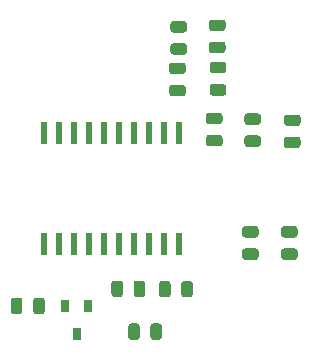
<source format=gbr>
%TF.GenerationSoftware,KiCad,Pcbnew,(5.1.6)-1*%
%TF.CreationDate,2020-08-10T11:53:12-05:00*%
%TF.ProjectId,CAN sniffer,43414e20-736e-4696-9666-65722e6b6963,rev?*%
%TF.SameCoordinates,Original*%
%TF.FileFunction,Paste,Top*%
%TF.FilePolarity,Positive*%
%FSLAX46Y46*%
G04 Gerber Fmt 4.6, Leading zero omitted, Abs format (unit mm)*
G04 Created by KiCad (PCBNEW (5.1.6)-1) date 2020-08-10 11:53:12*
%MOMM*%
%LPD*%
G01*
G04 APERTURE LIST*
%ADD10R,0.700000X1.000000*%
%ADD11R,0.600000X1.950000*%
G04 APERTURE END LIST*
%TO.C,C7*%
G36*
G01*
X155766450Y-93299700D02*
X156678950Y-93299700D01*
G75*
G02*
X156922700Y-93543450I0J-243750D01*
G01*
X156922700Y-94030950D01*
G75*
G02*
X156678950Y-94274700I-243750J0D01*
G01*
X155766450Y-94274700D01*
G75*
G02*
X155522700Y-94030950I0J243750D01*
G01*
X155522700Y-93543450D01*
G75*
G02*
X155766450Y-93299700I243750J0D01*
G01*
G37*
G36*
G01*
X155766450Y-91424700D02*
X156678950Y-91424700D01*
G75*
G02*
X156922700Y-91668450I0J-243750D01*
G01*
X156922700Y-92155950D01*
G75*
G02*
X156678950Y-92399700I-243750J0D01*
G01*
X155766450Y-92399700D01*
G75*
G02*
X155522700Y-92155950I0J243750D01*
G01*
X155522700Y-91668450D01*
G75*
G02*
X155766450Y-91424700I243750J0D01*
G01*
G37*
%TD*%
D10*
%TO.C,U3*%
X141312900Y-110115200D03*
X140362900Y-107715200D03*
X142262900Y-107715200D03*
%TD*%
D11*
%TO.C,U2*%
X150025100Y-102451900D03*
X148755100Y-102451900D03*
X147485100Y-102451900D03*
X146215100Y-102451900D03*
X144945100Y-102451900D03*
X143675100Y-102451900D03*
X142405100Y-102451900D03*
X141135100Y-102451900D03*
X139865100Y-102451900D03*
X138595100Y-102451900D03*
X138595100Y-93051900D03*
X139865100Y-93051900D03*
X141135100Y-93051900D03*
X142405100Y-93051900D03*
X143675100Y-93051900D03*
X144945100Y-93051900D03*
X146215100Y-93051900D03*
X147485100Y-93051900D03*
X148755100Y-93051900D03*
X150025100Y-93051900D03*
%TD*%
%TO.C,R3*%
G36*
G01*
X155575950Y-102850100D02*
X156488450Y-102850100D01*
G75*
G02*
X156732200Y-103093850I0J-243750D01*
G01*
X156732200Y-103581350D01*
G75*
G02*
X156488450Y-103825100I-243750J0D01*
G01*
X155575950Y-103825100D01*
G75*
G02*
X155332200Y-103581350I0J243750D01*
G01*
X155332200Y-103093850D01*
G75*
G02*
X155575950Y-102850100I243750J0D01*
G01*
G37*
G36*
G01*
X155575950Y-100975100D02*
X156488450Y-100975100D01*
G75*
G02*
X156732200Y-101218850I0J-243750D01*
G01*
X156732200Y-101706350D01*
G75*
G02*
X156488450Y-101950100I-243750J0D01*
G01*
X155575950Y-101950100D01*
G75*
G02*
X155332200Y-101706350I0J243750D01*
G01*
X155332200Y-101218850D01*
G75*
G02*
X155575950Y-100975100I243750J0D01*
G01*
G37*
%TD*%
%TO.C,R2*%
G36*
G01*
X158877950Y-102850100D02*
X159790450Y-102850100D01*
G75*
G02*
X160034200Y-103093850I0J-243750D01*
G01*
X160034200Y-103581350D01*
G75*
G02*
X159790450Y-103825100I-243750J0D01*
G01*
X158877950Y-103825100D01*
G75*
G02*
X158634200Y-103581350I0J243750D01*
G01*
X158634200Y-103093850D01*
G75*
G02*
X158877950Y-102850100I243750J0D01*
G01*
G37*
G36*
G01*
X158877950Y-100975100D02*
X159790450Y-100975100D01*
G75*
G02*
X160034200Y-101218850I0J-243750D01*
G01*
X160034200Y-101706350D01*
G75*
G02*
X159790450Y-101950100I-243750J0D01*
G01*
X158877950Y-101950100D01*
G75*
G02*
X158634200Y-101706350I0J243750D01*
G01*
X158634200Y-101218850D01*
G75*
G02*
X158877950Y-100975100I243750J0D01*
G01*
G37*
%TD*%
%TO.C,R1*%
G36*
G01*
X137635400Y-108190350D02*
X137635400Y-107277850D01*
G75*
G02*
X137879150Y-107034100I243750J0D01*
G01*
X138366650Y-107034100D01*
G75*
G02*
X138610400Y-107277850I0J-243750D01*
G01*
X138610400Y-108190350D01*
G75*
G02*
X138366650Y-108434100I-243750J0D01*
G01*
X137879150Y-108434100D01*
G75*
G02*
X137635400Y-108190350I0J243750D01*
G01*
G37*
G36*
G01*
X135760400Y-108190350D02*
X135760400Y-107277850D01*
G75*
G02*
X136004150Y-107034100I243750J0D01*
G01*
X136491650Y-107034100D01*
G75*
G02*
X136735400Y-107277850I0J-243750D01*
G01*
X136735400Y-108190350D01*
G75*
G02*
X136491650Y-108434100I-243750J0D01*
G01*
X136004150Y-108434100D01*
G75*
G02*
X135760400Y-108190350I0J243750D01*
G01*
G37*
%TD*%
%TO.C,L2*%
G36*
G01*
X147566800Y-110362050D02*
X147566800Y-109449550D01*
G75*
G02*
X147810550Y-109205800I243750J0D01*
G01*
X148298050Y-109205800D01*
G75*
G02*
X148541800Y-109449550I0J-243750D01*
G01*
X148541800Y-110362050D01*
G75*
G02*
X148298050Y-110605800I-243750J0D01*
G01*
X147810550Y-110605800D01*
G75*
G02*
X147566800Y-110362050I0J243750D01*
G01*
G37*
G36*
G01*
X145691800Y-110362050D02*
X145691800Y-109449550D01*
G75*
G02*
X145935550Y-109205800I243750J0D01*
G01*
X146423050Y-109205800D01*
G75*
G02*
X146666800Y-109449550I0J-243750D01*
G01*
X146666800Y-110362050D01*
G75*
G02*
X146423050Y-110605800I-243750J0D01*
G01*
X145935550Y-110605800D01*
G75*
G02*
X145691800Y-110362050I0J243750D01*
G01*
G37*
%TD*%
%TO.C,L1*%
G36*
G01*
X146144400Y-106742550D02*
X146144400Y-105830050D01*
G75*
G02*
X146388150Y-105586300I243750J0D01*
G01*
X146875650Y-105586300D01*
G75*
G02*
X147119400Y-105830050I0J-243750D01*
G01*
X147119400Y-106742550D01*
G75*
G02*
X146875650Y-106986300I-243750J0D01*
G01*
X146388150Y-106986300D01*
G75*
G02*
X146144400Y-106742550I0J243750D01*
G01*
G37*
G36*
G01*
X144269400Y-106742550D02*
X144269400Y-105830050D01*
G75*
G02*
X144513150Y-105586300I243750J0D01*
G01*
X145000650Y-105586300D01*
G75*
G02*
X145244400Y-105830050I0J-243750D01*
G01*
X145244400Y-106742550D01*
G75*
G02*
X145000650Y-106986300I-243750J0D01*
G01*
X144513150Y-106986300D01*
G75*
G02*
X144269400Y-106742550I0J243750D01*
G01*
G37*
%TD*%
%TO.C,C8*%
G36*
G01*
X159119250Y-93401300D02*
X160031750Y-93401300D01*
G75*
G02*
X160275500Y-93645050I0J-243750D01*
G01*
X160275500Y-94132550D01*
G75*
G02*
X160031750Y-94376300I-243750J0D01*
G01*
X159119250Y-94376300D01*
G75*
G02*
X158875500Y-94132550I0J243750D01*
G01*
X158875500Y-93645050D01*
G75*
G02*
X159119250Y-93401300I243750J0D01*
G01*
G37*
G36*
G01*
X159119250Y-91526300D02*
X160031750Y-91526300D01*
G75*
G02*
X160275500Y-91770050I0J-243750D01*
G01*
X160275500Y-92257550D01*
G75*
G02*
X160031750Y-92501300I-243750J0D01*
G01*
X159119250Y-92501300D01*
G75*
G02*
X158875500Y-92257550I0J243750D01*
G01*
X158875500Y-91770050D01*
G75*
G02*
X159119250Y-91526300I243750J0D01*
G01*
G37*
%TD*%
%TO.C,C6*%
G36*
G01*
X152515250Y-93248900D02*
X153427750Y-93248900D01*
G75*
G02*
X153671500Y-93492650I0J-243750D01*
G01*
X153671500Y-93980150D01*
G75*
G02*
X153427750Y-94223900I-243750J0D01*
G01*
X152515250Y-94223900D01*
G75*
G02*
X152271500Y-93980150I0J243750D01*
G01*
X152271500Y-93492650D01*
G75*
G02*
X152515250Y-93248900I243750J0D01*
G01*
G37*
G36*
G01*
X152515250Y-91373900D02*
X153427750Y-91373900D01*
G75*
G02*
X153671500Y-91617650I0J-243750D01*
G01*
X153671500Y-92105150D01*
G75*
G02*
X153427750Y-92348900I-243750J0D01*
G01*
X152515250Y-92348900D01*
G75*
G02*
X152271500Y-92105150I0J243750D01*
G01*
X152271500Y-91617650D01*
G75*
G02*
X152515250Y-91373900I243750J0D01*
G01*
G37*
%TD*%
%TO.C,C5*%
G36*
G01*
X150170300Y-106767950D02*
X150170300Y-105855450D01*
G75*
G02*
X150414050Y-105611700I243750J0D01*
G01*
X150901550Y-105611700D01*
G75*
G02*
X151145300Y-105855450I0J-243750D01*
G01*
X151145300Y-106767950D01*
G75*
G02*
X150901550Y-107011700I-243750J0D01*
G01*
X150414050Y-107011700D01*
G75*
G02*
X150170300Y-106767950I0J243750D01*
G01*
G37*
G36*
G01*
X148295300Y-106767950D02*
X148295300Y-105855450D01*
G75*
G02*
X148539050Y-105611700I243750J0D01*
G01*
X149026550Y-105611700D01*
G75*
G02*
X149270300Y-105855450I0J-243750D01*
G01*
X149270300Y-106767950D01*
G75*
G02*
X149026550Y-107011700I-243750J0D01*
G01*
X148539050Y-107011700D01*
G75*
G02*
X148295300Y-106767950I0J243750D01*
G01*
G37*
%TD*%
%TO.C,C4*%
G36*
G01*
X149505350Y-85489200D02*
X150417850Y-85489200D01*
G75*
G02*
X150661600Y-85732950I0J-243750D01*
G01*
X150661600Y-86220450D01*
G75*
G02*
X150417850Y-86464200I-243750J0D01*
G01*
X149505350Y-86464200D01*
G75*
G02*
X149261600Y-86220450I0J243750D01*
G01*
X149261600Y-85732950D01*
G75*
G02*
X149505350Y-85489200I243750J0D01*
G01*
G37*
G36*
G01*
X149505350Y-83614200D02*
X150417850Y-83614200D01*
G75*
G02*
X150661600Y-83857950I0J-243750D01*
G01*
X150661600Y-84345450D01*
G75*
G02*
X150417850Y-84589200I-243750J0D01*
G01*
X149505350Y-84589200D01*
G75*
G02*
X149261600Y-84345450I0J243750D01*
G01*
X149261600Y-83857950D01*
G75*
G02*
X149505350Y-83614200I243750J0D01*
G01*
G37*
%TD*%
%TO.C,C3*%
G36*
G01*
X152769250Y-85359900D02*
X153681750Y-85359900D01*
G75*
G02*
X153925500Y-85603650I0J-243750D01*
G01*
X153925500Y-86091150D01*
G75*
G02*
X153681750Y-86334900I-243750J0D01*
G01*
X152769250Y-86334900D01*
G75*
G02*
X152525500Y-86091150I0J243750D01*
G01*
X152525500Y-85603650D01*
G75*
G02*
X152769250Y-85359900I243750J0D01*
G01*
G37*
G36*
G01*
X152769250Y-83484900D02*
X153681750Y-83484900D01*
G75*
G02*
X153925500Y-83728650I0J-243750D01*
G01*
X153925500Y-84216150D01*
G75*
G02*
X153681750Y-84459900I-243750J0D01*
G01*
X152769250Y-84459900D01*
G75*
G02*
X152525500Y-84216150I0J243750D01*
G01*
X152525500Y-83728650D01*
G75*
G02*
X152769250Y-83484900I243750J0D01*
G01*
G37*
%TD*%
%TO.C,C2*%
G36*
G01*
X152832750Y-88943600D02*
X153745250Y-88943600D01*
G75*
G02*
X153989000Y-89187350I0J-243750D01*
G01*
X153989000Y-89674850D01*
G75*
G02*
X153745250Y-89918600I-243750J0D01*
G01*
X152832750Y-89918600D01*
G75*
G02*
X152589000Y-89674850I0J243750D01*
G01*
X152589000Y-89187350D01*
G75*
G02*
X152832750Y-88943600I243750J0D01*
G01*
G37*
G36*
G01*
X152832750Y-87068600D02*
X153745250Y-87068600D01*
G75*
G02*
X153989000Y-87312350I0J-243750D01*
G01*
X153989000Y-87799850D01*
G75*
G02*
X153745250Y-88043600I-243750J0D01*
G01*
X152832750Y-88043600D01*
G75*
G02*
X152589000Y-87799850I0J243750D01*
G01*
X152589000Y-87312350D01*
G75*
G02*
X152832750Y-87068600I243750J0D01*
G01*
G37*
%TD*%
%TO.C,C1*%
G36*
G01*
X149391050Y-89007100D02*
X150303550Y-89007100D01*
G75*
G02*
X150547300Y-89250850I0J-243750D01*
G01*
X150547300Y-89738350D01*
G75*
G02*
X150303550Y-89982100I-243750J0D01*
G01*
X149391050Y-89982100D01*
G75*
G02*
X149147300Y-89738350I0J243750D01*
G01*
X149147300Y-89250850D01*
G75*
G02*
X149391050Y-89007100I243750J0D01*
G01*
G37*
G36*
G01*
X149391050Y-87132100D02*
X150303550Y-87132100D01*
G75*
G02*
X150547300Y-87375850I0J-243750D01*
G01*
X150547300Y-87863350D01*
G75*
G02*
X150303550Y-88107100I-243750J0D01*
G01*
X149391050Y-88107100D01*
G75*
G02*
X149147300Y-87863350I0J243750D01*
G01*
X149147300Y-87375850D01*
G75*
G02*
X149391050Y-87132100I243750J0D01*
G01*
G37*
%TD*%
M02*

</source>
